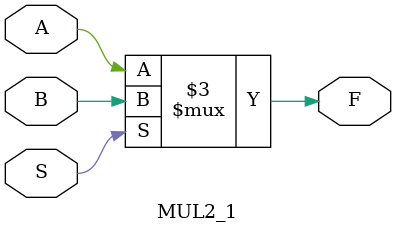
<source format=v>
module MUL2_1(A, B, S, F);
    input A, B, S;
    output F;

    reg F;

    always @(A or B or S)
        begin
            F = A;
            if (S)
                F = B;
        end
endmodule
</source>
